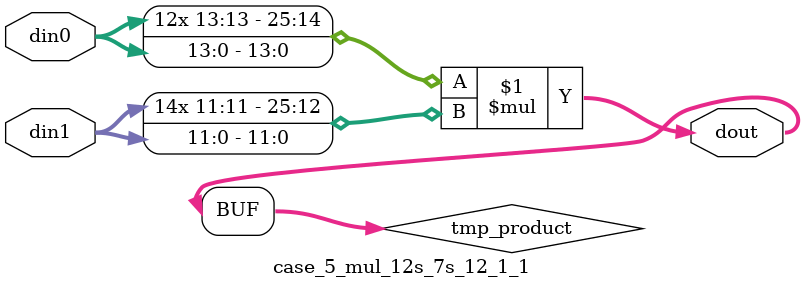
<source format=v>

`timescale 1 ns / 1 ps

 module case_5_mul_12s_7s_12_1_1(din0, din1, dout);
parameter ID = 1;
parameter NUM_STAGE = 0;
parameter din0_WIDTH = 14;
parameter din1_WIDTH = 12;
parameter dout_WIDTH = 26;

input [din0_WIDTH - 1 : 0] din0; 
input [din1_WIDTH - 1 : 0] din1; 
output [dout_WIDTH - 1 : 0] dout;

wire signed [dout_WIDTH - 1 : 0] tmp_product;



























assign tmp_product = $signed(din0) * $signed(din1);








assign dout = tmp_product;





















endmodule

</source>
